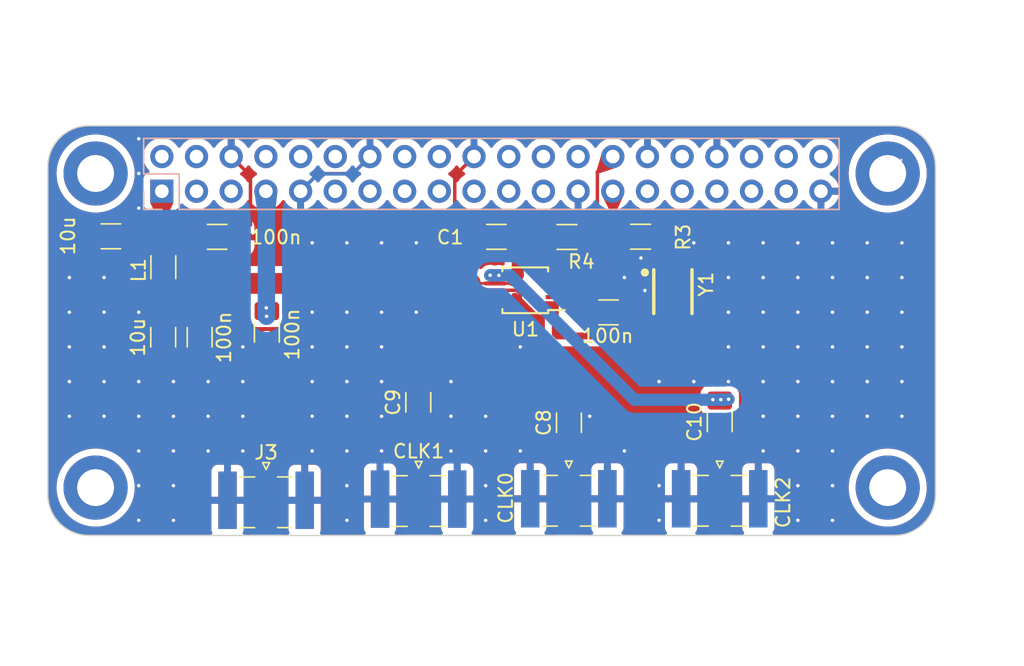
<source format=kicad_pcb>
(kicad_pcb (version 20221018) (generator pcbnew)
  (title_block (title "Anavi Infra pHAT") (date "2017-01-21") (company "Anavi Technology"))
  (layers (0 "F.Cu" signal) (31 "B.Cu" signal) (34 "B.Paste" user) (35 "F.Paste" user) (36 "B.SilkS" user "B.Silkscreen") (37 "F.SilkS" user "F.Silkscreen") (38 "B.Mask" user) (39 "F.Mask" user) (44 "Edge.Cuts" user))
  (net 0 "")
  (net 1 "GND")
  (net 2 "+3.3VA")
  (net 3 "Net-(Y1-OUT)")
  (net 4 "Net-(U1-XA)")
  (net 5 "Net-(J1-GPIO04_GCLK)")
  (net 6 "Net-(J3-In)")
  (net 30 "SDA")
  (net 31 "SCL")
  (net 41 "CLK0")
  (net 43 "CLK2")
  (net 44 "CLK1")
  (net 45 "+3.3V")
  (net 46 "Net-(CLK0-In)")
  (net 47 "Net-(CLK1-In)")
  (net 48 "Net-(CLK2-In)")
  (footprint "Capacitor_SMD:C_1206_3216Metric_Pad1.33x1.80mm_HandSolder" (layer "F.Cu") (at 164.54 90.1375 -90)
    (fp_text reference "C3" hide)
    (fp_text value "100n" (at 0.1425 -1.86 90) (layer "F.SilkS"))
    (fp_line (start -0.711252 -0.91) (end 0.711252 -0.91) (stroke (width 0.12)) (layer "F.SilkS"))
    (fp_line (start -0.711252 0.91) (end 0.711252 0.91) (stroke (width 0.12)) (layer "F.SilkS"))
    (pad "1" smd roundrect (at -1.5625 0 270) (size 1.325 1.8) (layers "F.Cu" "F.Paste" "F.Mask") (roundrect_rratio 0.1886792453) (net 5 "Net-(J1-GPIO04_GCLK)"))
    (pad "2" smd roundrect (at 1.5625 0 270) (size 1.325 1.8) (layers "F.Cu" "F.Paste" "F.Mask") (roundrect_rratio 0.1886792453) (net 6 "Net-(J3-In)"))
  )
  (footprint "Package_SO:MSOP-10_3x3mm_P0.5mm" (layer "F.Cu") (at 183.46 87.05 180)
    (fp_text reference "U1" (at -0.0162 -2.8608) (layer "F.SilkS"))
    (fp_text value "SI5351A" hide)
    (fp_line (start -1.675 -1.675) (end -1.675 -1.45) (stroke (width 0.15)) (layer "F.SilkS"))
    (fp_line (start -1.675 -1.675) (end 1.675 -1.675) (stroke (width 0.15)) (layer "F.SilkS"))
    (fp_line (start -1.675 -1.45) (end -2.9 -1.45) (stroke (width 0.15)) (layer "F.SilkS"))
    (fp_line (start -1.675 1.675) (end -1.675 1.375) (stroke (width 0.15)) (layer "F.SilkS"))
    (fp_line (start -1.675 1.675) (end 1.675 1.675) (stroke (width 0.15)) (layer "F.SilkS"))
    (fp_line (start 1.675 -1.675) (end 1.675 -1.375) (stroke (width 0.15)) (layer "F.SilkS"))
    (fp_line (start 1.675 1.675) (end 1.675 1.375) (stroke (width 0.15)) (layer "F.SilkS"))
    (pad "1" smd rect (at -2.2 -1 180) (size 1.4 0.3) (layers "F.Cu" "F.Paste" "F.Mask") (net 45 "+3.3V"))
    (pad "2" smd rect (at -2.2 -0.5 180) (size 1.4 0.3) (layers "F.Cu" "F.Paste" "F.Mask") (net 4 "Net-(U1-XA)"))
    (pad "3" smd rect (at -2.2 0 180) (size 1.4 0.3) (layers "F.Cu" "F.Paste" "F.Mask"))
    (pad "4" smd rect (at -2.2 0.5 180) (size 1.4 0.3) (layers "F.Cu" "F.Paste" "F.Mask") (net 31 "SCL"))
    (pad "5" smd rect (at -2.2 1 180) (size 1.4 0.3) (layers "F.Cu" "F.Paste" "F.Mask") (net 30 "SDA"))
    (pad "6" smd rect (at 2.2 1 180) (size 1.4 0.3) (layers "F.Cu" "F.Paste" "F.Mask") (net 43 "CLK2"))
    (pad "7" smd rect (at 2.2 0.5 180) (size 1.4 0.3) (layers "F.Cu" "F.Paste" "F.Mask") (net 45 "+3.3V"))
    (pad "8" smd rect (at 2.2 0 180) (size 1.4 0.3) (layers "F.Cu" "F.Paste" "F.Mask") (net 1 "GND"))
    (pad "9" smd rect (at 2.2 -0.5 180) (size 1.4 0.3) (layers "F.Cu" "F.Paste" "F.Mask") (net 44 "CLK1"))
    (pad "10" smd rect (at 2.2 -1 180) (size 1.4 0.3) (layers "F.Cu" "F.Paste" "F.Mask") (net 41 "CLK0"))
  )
  (footprint "Connector_Coaxial:SMA_Samtec_SMA-J-P-X-ST-EM1_EdgeMount" (layer "F.Cu") (at 164.485 102.43)
    (fp_text reference "J3" (at 0 -3.5) (layer "F.SilkS"))
    (fp_text value "SMA" hide)
    (fp_line (start -1.95 -1.71) (end -0.84 -1.71) (stroke (width 0.12)) (layer "F.SilkS"))
    (fp_line (start -1.95 2) (end -0.84 2) (stroke (width 0.12)) (layer "F.SilkS"))
    (fp_line (start -0.25 -2.76) (end 0 -2.26) (stroke (width 0.12)) (layer "F.SilkS"))
    (fp_line (start 0 -2.26) (end 0.25 -2.76) (stroke (width 0.12)) (layer "F.SilkS"))
    (fp_line (start 0.25 -2.76) (end -0.25 -2.76) (stroke (width 0.12)) (layer "F.SilkS"))
    (fp_line (start 0.84 -1.71) (end 1.95 -1.71) (stroke (width 0.12)) (layer "F.SilkS"))
    (fp_line (start 0.84 2) (end 1.95 2) (stroke (width 0.12)) (layer "F.SilkS"))
    (pad "1" smd rect (at 0 0.2) (size 1.27 3.6) (layers "F.Cu" "F.Paste" "F.Mask") (net 6 "Net-(J3-In)"))
    (pad "2" smd rect (at -2.825 0) (size 1.35 4.2) (layers "F.Cu" "F.Paste" "F.Mask") (net 1 "GND"))
    (pad "2" smd rect (at -2.825 0) (size 1.35 4.2) (layers "B.Cu" "B.Paste" "B.Mask") (net 1 "GND"))
    (pad "2" smd rect (at 2.825 0) (size 1.35 4.2) (layers "F.Cu" "F.Paste" "F.Mask") (net 1 "GND"))
    (pad "2" smd rect (at 2.825 0) (size 1.35 4.2) (layers "B.Cu" "B.Paste" "B.Mask") (net 1 "GND"))
  )
  (footprint "MountingHole:MountingHole_2.7mm_M2.5_DIN965_Pad" (layer "F.Cu") (at 210 101.5)
    (fp_text reference "H4" hide)
    (fp_text value "MountingHole_Pad" hide)
    (pad "1" thru_hole circle (at 0 0) (size 4.7 4.7) (drill 2.7) (layers "*.Cu" "*.Mask"))
  )
  (footprint "footprints:OSC-SMD_4P-L3.2-W2.5-BL_1XTV" (layer "F.Cu") (at 194.27 87.15 -90)
    (fp_text reference "Y1" (at -0.5425 -2.43 90) (layer "F.SilkS"))
    (fp_text value "OSCILLATOR" hide)
    (fp_line (start -1.6 -1.4) (end 1.6 -1.4) (stroke (width 0.25)) (layer "F.SilkS"))
    (fp_line (start -1.6 1.4) (end 1.6 1.4) (stroke (width 0.25)) (layer "F.SilkS"))
    (fp_arc (start -1.4 2.05) (mid -1.4 2.05) (end -1.4 2.05) (stroke (width 0.3)) (layer "F.SilkS"))
    (pad "1" smd rect (at -1.51 0.7 90) (size 0.8 1) (layers "F.Cu" "F.Paste" "F.Mask") (net 1 "GND"))
    (pad "2" smd rect (at 1.51 0.7 90) (size 0.8 1) (layers "F.Cu" "F.Paste" "F.Mask") (net 1 "GND"))
    (pad "3" smd rect (at 1.51 -0.7 90) (size 0.8 1) (layers "F.Cu" "F.Paste" "F.Mask") (net 3 "Net-(Y1-OUT)"))
    (pad "4" smd rect (at -1.51 -0.7 90) (size 0.8 1) (layers "F.Cu" "F.Paste" "F.Mask") (net 45 "+3.3V"))
  )
  (footprint "MountingHole:MountingHole_2.7mm_M2.5_DIN965_Pad" (layer "F.Cu") (at 152 101.5)
    (fp_text reference "H3" hide)
    (fp_text value "MountingHole_Pad" hide)
    (pad "1" thru_hole circle (at 0 0) (size 4.7 4.7) (drill 2.7) (layers "*.Cu" "*.Mask"))
  )
  (footprint "Capacitor_SMD:C_1206_3216Metric_Pad1.33x1.80mm_HandSolder" (layer "F.Cu") (at 181.35 83.14 180)
    (fp_text reference "C1" (at 3.39 -0.03 180) (layer "F.SilkS"))
    (fp_text value "100n" hide)
    (fp_line (start -0.711252 -0.91) (end 0.711252 -0.91) (stroke (width 0.12)) (layer "F.SilkS"))
    (fp_line (start -0.711252 0.91) (end 0.711252 0.91) (stroke (width 0.12)) (layer "F.SilkS"))
    (pad "1" smd roundrect (at -1.5625 0 180) (size 1.325 1.8) (layers "F.Cu" "F.Paste" "F.Mask") (roundrect_rratio 0.1886792453) (net 45 "+3.3V"))
    (pad "2" smd roundrect (at 1.5625 0 180) (size 1.325 1.8) (layers "F.Cu" "F.Paste" "F.Mask") (roundrect_rratio 0.1886792453) (net 1 "GND"))
  )
  (footprint "Resistor_SMD:R_1206_3216Metric_Pad1.30x1.75mm_HandSolder" (layer "F.Cu") (at 186.515 83.15 180)
    (fp_text reference "R4" (at -1.055 -1.81 180) (layer "F.SilkS"))
    (fp_text value "4.7k" hide)
    (fp_line (start -0.727064 -0.91) (end 0.727064 -0.91) (stroke (width 0.12)) (layer "F.SilkS"))
    (fp_line (start -0.727064 0.91) (end 0.727064 0.91) (stroke (width 0.12)) (layer "F.SilkS"))
    (pad "1" smd roundrect (at -1.55 0 180) (size 1.3 1.75) (layers "F.Cu" "F.Paste" "F.Mask") (roundrect_rratio 0.1923076923) (net 31 "SCL"))
    (pad "2" smd roundrect (at 1.55 0 180) (size 1.3 1.75) (layers "F.Cu" "F.Paste" "F.Mask") (roundrect_rratio 0.1923076923) (net 45 "+3.3V"))
  )
  (footprint "Capacitor_SMD:C_1206_3216Metric_Pad1.33x1.80mm_HandSolder" (layer "F.Cu") (at 189.56 88.67)
    (fp_text reference "C2" hide)
    (fp_text value "100n" (at -0.07 1.72) (layer "F.SilkS"))
    (fp_line (start -0.711252 -0.91) (end 0.711252 -0.91) (stroke (width 0.12)) (layer "F.SilkS"))
    (fp_line (start -0.711252 0.91) (end 0.711252 0.91) (stroke (width 0.12)) (layer "F.SilkS"))
    (pad "1" smd roundrect (at -1.5625 0) (size 1.325 1.8) (layers "F.Cu" "F.Paste" "F.Mask") (roundrect_rratio 0.1886792453) (net 4 "Net-(U1-XA)"))
    (pad "2" smd roundrect (at 1.5625 0) (size 1.325 1.8) (layers "F.Cu" "F.Paste" "F.Mask") (roundrect_rratio 0.1886792453) (net 3 "Net-(Y1-OUT)"))
  )
  (footprint "Resistor_SMD:R_1206_3216Metric_Pad1.30x1.75mm_HandSolder" (layer "F.Cu") (at 191.908 83.129)
    (fp_text reference "R3" (at 3.122 0.041 90) (layer "F.SilkS"))
    (fp_text value "4.7k" hide)
    (fp_line (start -0.727064 -0.91) (end 0.727064 -0.91) (stroke (width 0.12)) (layer "F.SilkS"))
    (fp_line (start -0.727064 0.91) (end 0.727064 0.91) (stroke (width 0.12)) (layer "F.SilkS"))
    (pad "1" smd roundrect (at -1.55 0) (size 1.3 1.75) (layers "F.Cu" "F.Paste" "F.Mask") (roundrect_rratio 0.1923076923) (net 30 "SDA"))
    (pad "2" smd roundrect (at 1.55 0) (size 1.3 1.75) (layers "F.Cu" "F.Paste" "F.Mask") (roundrect_rratio 0.1923076923) (net 45 "+3.3V"))
  )
  (footprint "Connector_Coaxial:SMA_Samtec_SMA-J-P-X-ST-EM1_EdgeMount" (layer "F.Cu") (at 197.7 102.32)
    (fp_text reference "CLK2" (at 4.64 0.27 90) (layer "F.SilkS"))
    (fp_text value "SMA" hide)
    (fp_line (start -1.95 -1.71) (end -0.84 -1.71) (stroke (width 0.12)) (layer "F.SilkS"))
    (fp_line (start -1.95 2) (end -0.84 2) (stroke (width 0.12)) (layer "F.SilkS"))
    (fp_line (start -0.25 -2.76) (end 0 -2.26) (stroke (width 0.12)) (layer "F.SilkS"))
    (fp_line (start 0 -2.26) (end 0.25 -2.76) (stroke (width 0.12)) (layer "F.SilkS"))
    (fp_line (start 0.25 -2.76) (end -0.25 -2.76) (stroke (width 0.12)) (layer "F.SilkS"))
    (fp_line (start 0.84 -1.71) (end 1.95 -1.71) (stroke (width 0.12)) (layer "F.SilkS"))
    (fp_line (start 0.84 2) (end 1.95 2) (stroke (width 0.12)) (layer "F.SilkS"))
    (pad "1" smd rect (at 0 0.2) (size 1.27 3.6) (layers "F.Cu" "F.Paste" "F.Mask") (net 48 "Net-(CLK2-In)"))
    (pad "2" smd rect (at -2.825 0) (size 1.35 4.2) (layers "F.Cu" "F.Paste" "F.Mask") (net 1 "GND"))
    (pad "2" smd rect (at -2.825 0) (size 1.35 4.2) (layers "B.Cu" "B.Paste" "B.Mask") (net 1 "GND"))
    (pad "2" smd rect (at 2.825 0) (size 1.35 4.2) (layers "F.Cu" "F.Paste" "F.Mask") (net 1 "GND"))
    (pad "2" smd rect (at 2.825 0) (size 1.35 4.2) (layers "B.Cu" "B.Paste" "B.Mask") (net 1 "GND"))
  )
  (footprint "Connector_Coaxial:SMA_Samtec_SMA-J-P-X-ST-EM1_EdgeMount" (layer "F.Cu") (at 175.655 102.34)
    (fp_text reference "CLK1" (at 0 -3.5) (layer "F.SilkS"))
    (fp_text value "SMA" hide)
    (fp_line (start -1.95 -1.71) (end -0.84 -1.71) (stroke (width 0.12)) (layer "F.SilkS"))
    (fp_line (start -1.95 2) (end -0.84 2) (stroke (width 0.12)) (layer "F.SilkS"))
    (fp_line (start -0.25 -2.76) (end 0 -2.26) (stroke (width 0.12)) (layer "F.SilkS"))
    (fp_line (start 0 -2.26) (end 0.25 -2.76) (stroke (width 0.12)) (layer "F.SilkS"))
    (fp_line (start 0.25 -2.76) (end -0.25 -2.76) (stroke (width 0.12)) (layer "F.SilkS"))
    (fp_line (start 0.84 -1.71) (end 1.95 -1.71) (stroke (width 0.12)) (layer "F.SilkS"))
    (fp_line (start 0.84 2) (end 1.95 2) (stroke (width 0.12)) (layer "F.SilkS"))
    (pad "1" smd rect (at 0 0.2) (size 1.27 3.6) (layers "F.Cu" "F.Paste" "F.Mask") (net 47 "Net-(CLK1-In)"))
    (pad "2" smd rect (at -2.825 0) (size 1.35 4.2) (layers "F.Cu" "F.Paste" "F.Mask") (net 1 "GND"))
    (pad "2" smd rect (at -2.825 0) (size 1.35 4.2) (layers "B.Cu" "B.Paste" "B.Mask") (net 1 "GND"))
    (pad "2" smd rect (at 2.825 0) (size 1.35 4.2) (layers "F.Cu" "F.Paste" "F.Mask") (net 1 "GND"))
    (pad "2" smd rect (at 2.825 0) (size 1.35 4.2) (layers "B.Cu" "B.Paste" "B.Mask") (net 1 "GND"))
  )
  (footprint "Capacitor_SMD:C_1206_3216Metric_Pad1.33x1.80mm_HandSolder" (layer "F.Cu") (at 159.62 90.49 -90)
    (fp_text reference "C7" hide)
    (fp_text value "100n" (at 0.01 -1.78 90) (layer "F.SilkS"))
    (fp_line (start -0.711252 -0.91) (end 0.711252 -0.91) (stroke (width 0.12)) (layer "F.SilkS"))
    (fp_line (start -0.711252 0.91) (end 0.711252 0.91) (stroke (width 0.12)) (layer "F.SilkS"))
    (pad "1" smd roundrect (at -1.5625 0 270) (size 1.325 1.8) (layers "F.Cu" "F.Paste" "F.Mask") (roundrect_rratio 0.1886792453) (net 45 "+3.3V"))
    (pad "2" smd roundrect (at 1.5625 0 270) (size 1.325 1.8) (layers "F.Cu" "F.Paste" "F.Mask") (roundrect_rratio 0.1886792453) (net 1 "GND"))
  )
  (footprint "MountingHole:MountingHole_2.7mm_M2.5_DIN965_Pad" (layer "F.Cu") (at 152 78.5)
    (fp_text reference "H1" hide)
    (fp_text value "MountingHole_Pad" hide)
    (pad "1" thru_hole circle locked (at 0 0) (size 4.7 4.7) (drill 2.7) (layers "*.Cu" "*.Mask"))
  )
  (footprint "Capacitor_SMD:C_1206_3216Metric_Pad1.33x1.80mm_HandSolder" (layer "F.Cu") (at 156.95 90.49 -90)
    (fp_text reference "C5" hide)
    (fp_text value "10u" (at 0 1.85 90) (layer "F.SilkS"))
    (fp_line (start -0.711252 -0.91) (end 0.711252 -0.91) (stroke (width 0.12)) (layer "F.SilkS"))
    (fp_line (start -0.711252 0.91) (end 0.711252 0.91) (stroke (width 0.12)) (layer "F.SilkS"))
    (pad "1" smd roundrect (at -1.5625 0 270) (size 1.325 1.8) (layers "F.Cu" "F.Paste" "F.Mask") (roundrect_rratio 0.1886792453) (net 45 "+3.3V"))
    (pad "2" smd roundrect (at 1.5625 0 270) (size 1.325 1.8) (layers "F.Cu" "F.Paste" "F.Mask") (roundrect_rratio 0.1886792453) (net 1 "GND"))
  )
  (footprint "Capacitor_SMD:C_1206_3216Metric_Pad1.33x1.80mm_HandSolder" (layer "F.Cu") (at 175.63 95.2575 90)
    (fp_text reference "C9" (at 0 -1.85 90) (layer "F.SilkS"))
    (fp_text value "100n" hide)
    (fp_line (start -0.711252 -0.91) (end 0.711252 -0.91) (stroke (width 0.12)) (layer "F.SilkS"))
    (fp_line (start -0.711252 0.91) (end 0.711252 0.91) (stroke (width 0.12)) (layer "F.SilkS"))
    (pad "1" smd roundrect (at -1.5625 0 90) (size 1.325 1.8) (layers "F.Cu" "F.Paste" "F.Mask") (roundrect_rratio 0.1886792453) (net 47 "Net-(CLK1-In)"))
    (pad "2" smd roundrect (at 1.5625 0 90) (size 1.325 1.8) (layers "F.Cu" "F.Paste" "F.Mask") (roundrect_rratio 0.1886792453) (net 44 "CLK1"))
  )
  (footprint "Inductor_SMD:L_1206_3216Metric" (layer "F.Cu") (at 156.96 85.36 -90)
    (fp_text reference "L1" (at 0.22 1.81 90) (layer "F.SilkS"))
    (fp_text value "100uH" hide)
    (fp_line (start -0.835242 -0.91) (end 0.835242 -0.91) (stroke (width 0.12)) (layer "F.SilkS"))
    (fp_line (start -0.835242 0.91) (end 0.835242 0.91) (stroke (width 0.12)) (layer "F.SilkS"))
    (pad "1" smd roundrect (at -1.575 0 270) (size 1.05 1.9) (layers "F.Cu" "F.Paste" "F.Mask") (roundrect_rratio 0.2380952381) (net 2 "+3.3VA"))
    (pad "2" smd roundrect (at 1.575 0 270) (size 1.05 1.9) (layers "F.Cu" "F.Paste" "F.Mask") (roundrect_rratio 0.2380952381) (net 45 "+3.3V"))
  )
  (footprint "Capacitor_SMD:C_1206_3216Metric_Pad1.33x1.80mm_HandSolder" (layer "F.Cu") (at 153.12 83.1)
    (fp_text reference "C6" hide)
    (fp_text value "10u" (at -3.14 -0.04 90) (layer "F.SilkS"))
    (fp_line (start -0.711252 -0.91) (end 0.711252 -0.91) (stroke (width 0.12)) (layer "F.SilkS"))
    (fp_line (start -0.711252 0.91) (end 0.711252 0.91) (stroke (width 0.12)) (layer "F.SilkS"))
    (pad "1" smd roundrect (at -1.5625 0) (size 1.325 1.8) (layers "F.Cu" "F.Paste" "F.Mask") (roundrect_rratio 0.1886792453) (net 1 "GND"))
    (pad "2" smd roundrect (at 1.5625 0) (size 1.325 1.8) (layers "F.Cu" "F.Paste" "F.Mask") (roundrect_rratio 0.1886792453) (net 2 "+3.3VA"))
  )
  (footprint "Capacitor_SMD:C_1206_3216Metric_Pad1.33x1.80mm_HandSolder" (layer "F.Cu") (at 186.66 96.75 90)
    (fp_text reference "C8" (at 0 -1.85 90) (layer "F.SilkS"))
    (fp_text value "100n" hide)
    (fp_line (start -0.711252 -0.91) (end 0.711252 -0.91) (stroke (width 0.12)) (layer "F.SilkS"))
    (fp_line (start -0.711252 0.91) (end 0.711252 0.91) (stroke (width 0.12)) (layer "F.SilkS"))
    (pad "1" smd roundrect (at -1.5625 0 90) (size 1.325 1.8) (layers "F.Cu" "F.Paste" "F.Mask") (roundrect_rratio 0.1886792453) (net 46 "Net-(CLK0-In)"))
    (pad "2" smd roundrect (at 1.5625 0 90) (size 1.325 1.8) (layers "F.Cu" "F.Paste" "F.Mask") (roundrect_rratio 0.1886792453) (net 41 "CLK0"))
  )
  (footprint "Capacitor_SMD:C_1206_3216Metric_Pad1.33x1.80mm_HandSolder" (layer "F.Cu") (at 197.7 96.69 90)
    (fp_text reference "C10" (at 0 -1.85 90) (layer "F.SilkS"))
    (fp_text value "100n" hide)
    (fp_line (start -0.711252 -0.91) (end 0.711252 -0.91) (stroke (width 0.12)) (layer "F.SilkS"))
    (fp_line (start -0.711252 0.91) (end 0.711252 0.91) (stroke (width 0.12)) (layer "F.SilkS"))
    (pad "1" smd roundrect (at -1.5625 0 90) (size 1.325 1.8) (layers "F.Cu" "F.Paste" "F.Mask") (roundrect_rratio 0.1886792453) (net 48 "Net-(CLK2-In)"))
    (pad "2" smd roundrect (at 1.5625 0 90) (size 1.325 1.8) (layers "F.Cu" "F.Paste" "F.Mask") (roundrect_rratio 0.1886792453) (net 43 "CLK2"))
  )
  (footprint "Capacitor_SMD:C_1206_3216Metric_Pad1.33x1.80mm_HandSolder" (layer "F.Cu") (at 160.9 83.14 180)
    (fp_text reference "C4" hide)
    (fp_text value "100n" (at -4.29 -0.03 180) (layer "F.SilkS"))
    (fp_line (start -0.711252 -0.91) (end 0.711252 -0.91) (stroke (width 0.12)) (layer "F.SilkS"))
    (fp_line (start -0.711252 0.91) (end 0.711252 0.91) (stroke (width 0.12)) (layer "F.SilkS"))
    (pad "1" smd roundrect (at -1.5625 0 180) (size 1.325 1.8) (layers "F.Cu" "F.Paste" "F.Mask") (roundrect_rratio 0.1886792453) (net 1 "GND"))
    (pad "2" smd roundrect (at 1.5625 0 180) (size 1.325 1.8) (layers "F.Cu" "F.Paste" "F.Mask") (roundrect_rratio 0.1886792453) (net 2 "+3.3VA"))
  )
  (footprint "Connector_Coaxial:SMA_Samtec_SMA-J-P-X-ST-EM1_EdgeMount" (layer "F.Cu") (at 186.65 102.3175)
    (fp_text reference "CLK0" (at -4.62 -0.0575 90) (layer "F.SilkS"))
    (fp_text value "SMA" hide)
    (fp_line (start -1.95 -1.71) (end -0.84 -1.71) (stroke (width 0.12)) (layer "F.SilkS"))
    (fp_line (start -1.95 2) (end -0.84 2) (stroke (width 0.12)) (layer "F.SilkS"))
    (fp_line (start -0.25 -2.76) (end 0 -2.26) (stroke (width 0.12)) (layer "F.SilkS"))
    (fp_line (start 0 -2.26) (end 0.25 -2.76) (stroke (width 0.12)) (layer "F.SilkS"))
    (fp_line (start 0.25 -2.76) (end -0.25 -2.76) (stroke (width 0.12)) (layer "F.SilkS"))
    (fp_line (start 0.84 -1.71) (end 1.95 -1.71) (stroke (width 0.12)) (layer "F.SilkS"))
    (fp_line (start 0.84 2) (end 1.95 2) (stroke (width 0.12)) (layer "F.SilkS"))
    (pad "1" smd rect (at 0 0.2) (size 1.27 3.6) (layers "F.Cu" "F.Paste" "F.Mask") (net 46 "Net-(CLK0-In)"))
    (pad "2" smd rect (at -2.825 0) (size 1.35 4.2) (layers "F.Cu" "F.Paste" "F.Mask") (net 1 "GND"))
    (pad "2" smd rect (at -2.825 0) (size 1.35 4.2) (layers "B.Cu" "B.Paste" "B.Mask") (net 1 "GND"))
    (pad "2" smd rect (at 2.825 0) (size 1.35 4.2) (layers "F.Cu" "F.Paste" "F.Mask") (net 1 "GND"))
    (pad "2" smd rect (at 2.825 0) (size 1.35 4.2) (layers "B.Cu" "B.Paste" "B.Mask") (net 1 "GND"))
  )
  (footprint "MountingHole:MountingHole_2.7mm_M2.5_DIN965_Pad" (layer "F.Cu") (at 210 78.5)
    (fp_text reference "H2" hide)
    (fp_text value "MountingHole_Pad" hide)
    (pad "1" thru_hole circle (at 0 0) (size 4.7 4.7) (drill 2.7) (layers "*.Cu" "*.Mask"))
  )
  (footprint "footprints:PinSocket_2x20_P2.54mm_Vertical_Modded" (layer "B.Cu") (at 156.85 79.8 -90)
    (fp_text reference "J1" hide)
    (fp_text value "RPi_GPIO" hide)
    (fp_line (start -3.87 -49.59) (end 1.33 -49.59) (stroke (width 0.12)) (layer "B.SilkS"))
    (fp_line (start -3.87 1.33) (end -3.87 -49.59) (stroke (width 0.12)) (layer "B.SilkS"))
    (fp_line (start -3.87 1.33) (end -1.27 1.33) (stroke (width 0.12)) (layer "B.SilkS"))
    (fp_line (start -1.27 -1.27) (end 1.33 -1.27) (stroke (width 0.12)) (layer "B.SilkS"))
    (fp_line (start -1.27 1.33) (end -1.27 -1.27) (stroke (width 0.12)) (layer "B.SilkS"))
    (fp_line (start 0 1.33) (end 1.33 1.33) (stroke (width 0.12)) (layer "B.SilkS"))
    (fp_line (start 1.33 -1.27) (end 1.33 -49.59) (stroke (width 0.12)) (layer "B.SilkS"))
    (fp_line (start 1.33 1.33) (end 1.33 0) (stroke (width 0.12)) (layer "B.SilkS"))
    (pad "1" thru_hole rect locked (at 0 0 270) (size 1.7 1.7) (drill 1) (layers "*.Cu" "*.Mask") (net 2 "+3.3VA"))
    (pad "2" thru_hole oval locked (at -2.54 0 270) (size 1.7 1.7) (drill 1) (layers "*.Cu" "*.Mask"))
    (pad "3" thru_hole oval locked (at 0 -2.54 270) (size 1.7 1.7) (drill 1) (layers "*.Cu" "*.Mask"))
    (pad "4" thru_hole oval locked (at -2.54 -2.54 270) (size 1.7 1.7) (drill 1) (layers "*.Cu" "*.Mask"))
    (pad "5" thru_hole oval locked (at 0 -5.08 270) (size 1.7 1.7) (drill 1) (layers "*.Cu" "*.Mask"))
    (pad "6" thru_hole oval locked (at -2.54 -5.08 270) (size 1.7 1.7) (drill 1) (layers "*.Cu" "*.Mask") (net 1 "GND"))
    (pad "7" thru_hole oval locked (at 0 -7.62 270) (size 1.7 1.7) (drill 1) (layers "*.Cu" "*.Mask") (net 5 "Net-(J1-GPIO04_GCLK)"))
    (pad "8" thru_hole oval locked (at -2.54 -7.62 270) (size 1.7 1.7) (drill 1) (layers "*.Cu" "*.Mask"))
    (pad "9" thru_hole oval locked (at 0 -10.16 270) (size 1.7 1.7) (drill 1) (layers "*.Cu" "*.Mask") (net 1 "GND"))
    (pad "10" thru_hole oval locked (at -2.54 -10.16 270) (size 1.7 1.7) (drill 1) (layers "*.Cu" "*.Mask"))
    (pad "11" thru_hole oval locked (at 0 -12.7 270) (size 1.7 1.7) (drill 1) (layers "*.Cu" "*.Mask"))
    (pad "12" thru_hole oval locked (at -2.54 -12.7 270) (size 1.7 1.7) (drill 1) (layers "*.Cu" "*.Mask"))
    (pad "13" thru_hole oval locked (at 0 -15.24 270) (size 1.7 1.7) (drill 1) (layers "*.Cu" "*.Mask"))
    (pad "14" thru_hole oval locked (at -2.54 -15.24 270) (size 1.7 1.7) (drill 1) (layers "*.Cu" "*.Mask") (net 1 "GND"))
    (pad "15" thru_hole oval locked (at 0 -17.78 270) (size 1.7 1.7) (drill 1) (layers "*.Cu" "*.Mask"))
    (pad "16" thru_hole oval locked (at -2.54 -17.78 270) (size 1.7 1.7) (drill 1) (layers "*.Cu" "*.Mask"))
    (pad "17" thru_hole oval locked (at 0 -20.32 270) (size 1.7 1.7) (drill 1) (layers "*.Cu" "*.Mask"))
    (pad "18" thru_hole oval locked (at -2.54 -20.32 270) (size 1.7 1.7) (drill 1) (layers "*.Cu" "*.Mask"))
    (pad "19" thru_hole oval locked (at 0 -22.86 270) (size 1.7 1.7) (drill 1) (layers "*.Cu" "*.Mask"))
    (pad "20" thru_hole oval locked (at -2.54 -22.86 270) (size 1.7 1.7) (drill 1) (layers "*.Cu" "*.Mask") (net 1 "GND"))
    (pad "21" thru_hole oval locked (at 0 -25.4 270) (size 1.7 1.7) (drill 1) (layers "*.Cu" "*.Mask"))
    (pad "22" thru_hole oval locked (at -2.54 -25.4 270) (size 1.7 1.7) (drill 1) (layers "*.Cu" "*.Mask"))
    (pad "23" thru_hole oval locked (at 0 -27.94 270) (size 1.7 1.7) (drill 1) (layers "*.Cu" "*.Mask"))
    (pad "24" thru_hole oval locked (at -2.54 -27.94 270) (size 1.7 1.7) (drill 1) (layers "*.Cu" "*.Mask"))
    (pad "25" thru_hole oval locked (at 0 -30.48 270) (size 1.7 1.7) (drill 1) (layers "*.Cu" "*.Mask") (net 1 "GND"))
    (pad "26" thru_hole oval locked (at -2.54 -30.48 270) (size 1.7 1.7) (drill 1) (layers "*.Cu" "*.Mask"))
    (pad "27" thru_hole oval locked (at 0 -33.02 270) (size 1.7 1.7) (drill 1) (layers "*.Cu" "*.Mask") (net 30 "SDA"))
    (pad "28" thru_hole oval locked (at -2.54 -33.02 270) (size 1.7 1.7) (drill 1) (layers "*.Cu" "*.Mask") (net 31 "SCL"))
    (pad "29" thru_hole oval locked (at 0 -35.56 270) (size 1.7 1.7) (drill 1) (layers "*.Cu" "*.Mask"))
    (pad "30" thru_hole oval locked (at -2.54 -35.56 270) (size 1.7 1.7) (drill 1) (layers "*.Cu" "*.Mask") (net 1 "GND"))
    (pad "31" thru_hole oval locked (at 0 -38.1 270) (size 1.7 1.7) (drill 1) (layers "*.Cu" "*.Mask"))
    (pad "32" thru_hole oval locked (at -2.54 -38.1 270) (size 1.7 1.7) (drill 1) (layers "*.Cu" "*.Mask"))
    (pad "33" thru_hole oval locked (at 0 -40.64 270) (size 1.7 1.7) (drill 1) (layers "*.Cu" "*.Mask"))
    (pad "34" thru_hole oval locked (at -2.54 -40.64 270) (size 1.7 1.7) (drill 1) (layers "*.Cu" "*.Mask") (net 1 "GND"))
    (pad "35" thru_hole oval locked (at 0 -43.18 270) (size 1.7 1.7) (drill 1) (layers "*.Cu" "*.Mask"))
    (pad "36" thru_hole oval locked (at -2.54 -43.18 270) (size 1.7 1.7) (drill 1) (layers "*.Cu" "*.Mask"))
    (pad "37" thru_hole oval locked (at 0 -45.72 270) (size 1.7 1.7) (drill 1) (layers "*.Cu" "*.Mask"))
    (pad "38" thru_hole oval locked (at -2.54 -45.72 270) (size 1.7 1.7) (drill 1) (layers "*.Cu" "*.Mask"))
    (pad "39" thru_hole oval locked (at 0 -48.26 270) (size 1.7 1.7) (drill 1) (layers "*.Cu" "*.Mask") (net 1 "GND"))
    (pad "40" thru_hole oval locked (at -2.54 -48.26 270) (size 1.7 1.7) (drill 1) (layers "*.Cu" "*.Mask"))
  )
  (gr_circle (center 211.0011 77.5036) (end 211.0011 77.5036) (stroke (width 0.1)) (fill none) (layer "Edge.Cuts"))
  (gr_arc (start 213.5011 102.0036) (mid 212.62242 104.12492) (end 210.5011 105.0036) (stroke (width 0.1)) (layer "Edge.Cuts"))
  (gr_line (start 213.5011 78.0036) (end 213.5011 102.0036) (stroke (width 0.1)) (layer "Edge.Cuts"))
  (gr_circle (center 152.0011 77.5036) (end 152.0011 77.5036) (stroke (width 0.1)) (fill none) (layer "Edge.Cuts"))
  (gr_line (start 151.5011 75.0036) (end 210.5011 75.0036) (stroke (width 0.1)) (layer "Edge.Cuts"))
  (gr_arc (start 210.5011 75.0036) (mid 212.62242 75.88228) (end 213.5011 78.0036) (stroke (width 0.1)) (layer "Edge.Cuts"))
  (gr_arc (start 148.5011 78.0036) (mid 149.37978 75.88228) (end 151.5011 75.0036) (stroke (width 0.1)) (layer "Edge.Cuts"))
  (gr_arc (start 151.5011 105.0036) (mid 149.37978 104.12492) (end 148.5011 102.0036) (stroke (width 0.1)) (layer "Edge.Cuts"))
  (gr_circle (center 152.0011 101.5036) (end 152.0011 101.5036) (stroke (width 0.1)) (fill none) (layer "Edge.Cuts"))
  (gr_line (start 210.5011 105.0036) (end 151.5011 105.0036) (stroke (width 0.1)) (layer "Edge.Cuts"))
  (gr_line (start 148.5011 102.0036) (end 148.5011 78.0036) (stroke (width 0.1)) (layer "Edge.Cuts"))
  (gr_circle (center 211.0011 101.5036) (end 211.0011 101.5036) (stroke (width 0.1)) (fill none) (layer "Edge.Cuts"))
  (segment (start 197.49 75.93) (end 197.49 77.26) (width 0.254) (layer "F.Cu") (net 1))
  (segment (start 182.85 87.05) (end 181.26 87.05) (width 0.254) (layer "F.Cu") (net 1))
  (segment (start 163.3406 82.2619) (end 162.4625 83.14) (width 0.254) (layer "F.Cu") (net 1))
  (segment (start 162.24 75.55) (end 163.88 75.55) (width 0.254) (layer "F.Cu") (net 1))
  (segment (start 187.33 81.49) (end 187.24 81.58) (width 0.254) (layer "F.Cu") (net 1))
  (segment (start 172.04 75.55) (end 172.09 75.6) (width 0.254) (layer "F.Cu") (net 1))
  (segment (start 163.88 75.55) (end 172.04 75.55) (width 0.254) (layer "F.Cu") (net 1))
  (segment (start 187.22 75.68) (end 191.15 75.68) (width 0.254) (layer "F.Cu") (net 1))
  (segment (start 192.4 75.68) (end 192.41 75.69) (width 0.254) (layer "F.Cu") (net 1))
  (segment (start 187.33 79.8) (end 187.33 81.49) (width 0.254) (layer "F.Cu") (net 1))
  (segment (start 167.01 79.8) (end 168.3 78.51) (width 0.254) (layer "F.Cu") (net 1))
  (segment (start 178.2994 81.6519) (end 179.7875 83.14) (width 0.254) (layer "F.Cu") (net 1))
  (segment (start 179.7875 81.6525) (end 179.86 81.58) (width 0.254) (layer "F.Cu") (net 1))
  (segment (start 172.09 77.26) (end 170.84 78.51) (width 0.254) (layer "F.Cu") (net 1))
  (segment (start 179.71 77.26) (end 178.2994 78.6706) (width 0.254) (layer "F.Cu") (net 1))
  (segment (start 162.24 75.55) (end 161.93 75.86) (width 0.254) (layer "F.Cu") (net 1))
  (segment (start 183.1 87.3) (end 182.85 87.05) (width 0.254) (layer "F.Cu") (net 1))
  (segment (start 179.7875 83.14) (end 179.7875 81.6525) (width 0.254) (layer "F.Cu") (net 1))
  (segment (start 183.1 87.3) (end 183.1 91.196) (width 0.254) (layer "F.Cu") (net 1))
  (segment (start 191.15 75.68) (end 192.4 75.68) (width 0.254) (layer "F.Cu") (net 1))
  (segment (start 180.04 75.68) (end 187.22 75.68) (width 0.254) (layer "F.Cu") (net 1))
  (segment (start 193.57 85.64) (end 193.57 88.66) (width 0.508) (layer "F.Cu") (net 1))
  (segment (start 178.2994 78.6706) (end 178.2994 81.6519) (width 0.254) (layer "F.Cu") (net 1))
  (segment (start 163.3406 78.6706) (end 163.3406 82.2619) (width 0.254) (layer "F.Cu") (net 1))
  (segment (start 161.93 75.86) (end 161.93 77.26) (width 0.254) (layer "F.Cu") (net 1))
  (segment (start 192.4 75.68) (end 197.24 75.68) (width 0.254) (layer "F.Cu") (net 1))
  (segment (start 170.84 78.51) (end 168.3 78.51) (width 0.254) (layer "F.Cu") (net 1))
  (segment (start 179.71 76.01) (end 180.04 75.68) (width 0.254) (layer "F.Cu") (net 1))
  (segment (start 172.09 75.6) (end 172.09 77.26) (width 0.254) (layer "F.Cu") (net 1))
  (segment (start 192.41 75.69) (end 192.41 77.26) (width 0.254) (layer "F.Cu") (net 1))
  (segment (start 179.71 77.26) (end 179.71 76.01) (width 0.254) (layer "F.Cu") (net 1))
  (segment (start 179.86 81.58) (end 187.24 81.58) (width 0.254) (layer "F.Cu") (net 1))
  (segment (start 197.24 75.68) (end 197.49 75.93) (width 0.254) (layer "F.Cu") (net 1))
  (segment (start 161.93 77.26) (end 163.3406 78.6706) (width 0.254) (layer "F.Cu") (net 1))
  (via (at 208.5 93.736) (size 0.508) (drill 0.254) (layers "F.Cu" "B.Cu") (net 1))
  (via (at 152.62 88.656) (size 0.508) (drill 0.254) (layers "F.Cu" "B.Cu") (net 1))
  (via (at 208.5 83.576) (size 0.508) (drill 0.254) (layers "F.Cu" "B.Cu") (net 1))
  (via (at 198.34 91.196) (size 0.508) (drill 0.254) (layers "F.Cu" "B.Cu") (net 1))
  (via (at 193.26 93.736) (size 0.508) (drill 0.254) (layers "F.Cu" "B.Cu") (net 1))
  (via (at 183.1 91.196) (size 0.508) (drill 0.254) (layers "F.Cu" "B.Cu") (net 1))
  (via (at 170.4 91.196) (size 0.508) (drill 0.254) (layers "F.Cu" "B.Cu") (net 1))
  (via (at 157.7 96.276) (size 0.508) (drill 0.254) (layers "F.Cu" "B.Cu") (net 1))
  (via (at 178.02 98.816) (size 0.508) (drill 0.254) (layers "F.Cu" "B.Cu") (net 1))
  (via (at 211.04 96.276) (size 0.508) (drill 0.254) (layers "F.Cu" "B.Cu") (net 1))
  (via (at 211.04 83.576) (size 0.508) (drill 0.254) (layers "F.Cu" "B.Cu") (net 1))
  (via (at 160.24 93.736) (size 0.508) (drill 0.254) (layers "F.Cu" "B.Cu") (net 1))
  (via (at 180.56 101.356) (size 0.508) (drill 0.254) (layers "F.Cu" "B.Cu") (net 1))
  (via (at 200.88 93.736) (size 0.508) (drill 0.254) (layers "F.Cu" "B.Cu") (net 1))
  (via (at 155.16 88.656) (size 0.508) (drill 0.254) (layers "F.Cu" "B.Cu") (net 1))
  (via (at 152.62 86.116) (size 0.508) (drill 0.254) (layers "F.Cu" "B.Cu") (net 1))
  (via (at 203.42 98.816) (size 0.508) (drill 0.254) (layers "F.Cu" "B.Cu") (net 1))
  (via (at 170.4 88.656) (size 0.508) (drill 0.254) (layers "F.Cu" "B.Cu") (net 1))
  (via (at 211.04 91.196) (size 0.508) (drill 0.254) (layers "F.Cu" "B.Cu") (net 1))
  (via (at 150.08 96.276) (size 0.508) (drill 0.254) (layers "F.Cu" "B.Cu") (net 1))
  (via (at 205.96 96.276) (size 0.508) (drill 0.254) (layers "F.Cu" "B.Cu") (net 1))
  (via (at 188.18 96.276) (size 0.508) (drill 0.254) (layers "F.Cu" "B.Cu") (net 1))
  (via (at 205.96 103.896) (size 0.508) (drill 0.254) (layers "F.Cu" "B.Cu") (net 1))
  (via (at 155.16 93.736) (size 0.508) (drill 0.254) (layers "F.Cu" "B.Cu") (net 1))
  (via (at 205.96 83.576) (size 0.508) (drill 0.254) (layers "F.Cu" "B.Cu") (net 1))
  (via (at 205.96 93.736) (size 0.508) (drill 0.254) (layers "F.Cu" "B.Cu") (net 1))
  (via (at 180.56 98.816) (size 0.508) (drill 0.254) (layers "F.Cu" "B.Cu") (net 1))
  (via (at 205.96 91.196) (size 0.508) (drill 0.254) (layers "F.Cu" "B.Cu") (net 1))
  (via (at 162.78 96.276) (size 0.508) (drill 0.254) (layers "F.Cu" "B.Cu") (net 1))
  (via (at 193.26 101.356) (size 0.508) (drill 0.254) (layers "F.Cu" "B.Cu") (net 1))
  (via (at 150.08 93.736) (size 0.508) (drill 0.254) (layers "F.Cu" "B.Cu") (net 1))
  (via (at 203.42 91.196) (size 0.508) (drill 0.254) (layers "F.Cu" "B.Cu") (net 1))
  (via (at 211.04 86.116) (size 0.508) (drill 0.254) (layers "F.Cu" "B.Cu") (net 1))
  (via (at 167.86 83.576) (size 0.508) (drill 0.254) (layers "F.Cu" "B.Cu") (net 1))
  (via (at 195.8 83.576) (size 0.508) (drill 0.254) (layers "F.Cu" "B.Cu") (net 1))
  (via (at 167.86 91.196) (size 0.508) (drill 0.254) (layers "F.Cu" "B.Cu") (net 1))
  (via (at 200.88 83.576) (size 0.508) (drill 0.254) (layers "F.Cu" "B.Cu") (net 1))
  (via (at 203.42 93.736) (size 0.508) (drill 0.254) (layers "F.Cu" "B.Cu") (net 1))
  (via (at 205.96 88.656) (size 0.508) (drill 0.254) (layers "F.Cu" "B.Cu") (net 1))
  (via (at 183.1 98.816) (size 0.508) (drill 0.254) (layers "F.Cu" "B.Cu") (net 1))
  (via (at 208.5 86.116) (size 0.508) (drill 0.254) (layers "F.Cu" "B.Cu") (net 1))
  (via (at 162.78 98.816) (size 0.508) (drill 0.254) (layers "F.Cu" "B.Cu") (net 1))
  (via (at 193.26 103.896) (size 0.508) (drill 0.254) (layers "F.Cu" "B.Cu") (net 1))
  (via (at 150.08 91.196) (size 0.508) (drill 0.254) (layers "F.Cu" "B.Cu") (net 1))
  (via (at 211.04 93.736) (size 0.508) (drill 0.254) (layers "F.Cu" "B.Cu") (net 1))
  (via (at 162.78 93.736) (size 0.508) (drill 0.254) (layers "F.Cu" "B.Cu") (net 1))
  (via (at 155.16 101.356) (size 0.508) (drill 0.254) (layers "F.Cu" "B.Cu") (net 1))
  (via (at 150.08 86.116) (size 0.508) (drill 0.254) (layers "F.Cu" "B.Cu") (net 1))
  (via (at 167.86 98.816) (size 0.508) (drill 0.254) (layers "F.Cu" "B.Cu") (net 1))
  (via (at 170.4 96.276) (size 0.508) (drill 0.254) (layers "F.Cu" "B.Cu") (net 1))
  (via (at 205.96 98.816) (size 0.508) (drill 0.254) (layers "F.Cu" "B.Cu") (net 1))
  (via (at 190.72 86.116) (size 0.508) (drill 0.254) (layers "F.Cu" "B.Cu") (net 1))
  (via (at 157.7 98.816) (size 0.508) (drill 0.254) (layers "F.Cu" "B.Cu") (net 1))
  (via (at 200.88 96.276) (size 0.508) (drill 0.254) (layers "F.Cu" "B.Cu") (net 1))
  (via (at 200.88 91.196) (size 0.508) (drill 0.254) (layers "F.Cu" "B.Cu") (net 1))
  (via (at 155.16 81.036) (size 0.508) (drill 0.254) (layers "F.Cu" "B.Cu") (net 1))
  (via (at 191.93 84.69) (size 0.508) (drill 0.254) (layers "F.Cu" "B.Cu") (net 1))
  (via (at 167.86 93.736) (size 0.508) (drill 0.254) (layers "F.Cu" "B.Cu") (net 1))
  (via (at 200.88 86.116) (size 0.508) (drill 0.254) (layers "F.Cu" "B.Cu") (net 1))
  (via (at 200.88 98.816) (size 0.508) (drill 0.254) (layers "F.Cu" "B.Cu") (net 1))
  (via (at 190.72 98.816) (size 0.508) (drill 0.254) (layers "F.Cu" "B.Cu") (net 1))
  (via (at 170.4 93.736) (size 0.508) (drill 0.254) (layers "F.Cu" "B.Cu") (net 1))
  (via (at 155.16 96.276) (size 0.508) (drill 0.254) (layers "F.Cu" "B.Cu") (net 1))
  (via (at 152.62 93.736) (size 0.508) (drill 0.254) (layers "F.Cu" "B.Cu") (net 1))
  (via (at 172.94 98.816) (size 0.508) (drill 0.254) (layers "F.Cu" "B.Cu") (net 1))
  (via (at 203.42 103.896) (size 0.508) (drill 0.254) (layers "F.Cu" "B.Cu") (net 1))
  (via (at 175.48 83.576) (size 0.508) (drill 0.254) (layers "F.Cu" "B.Cu") (net 1))
  (via (at 152.62 91.196) (size 0.508) (drill 0.254) (layers "F.Cu" "B.Cu") (net 1))
  (via (at 160.24 98.816) (size 0.508) (drill 0.254) (layers "F.Cu" "B.Cu") (net 1))
  (via (at 198.34 93.736) (size 0.508) (drill 0.254) (layers "F.Cu" "B.Cu") (net 1))
  (via (at 172.94 88.656) (size 0.508) (drill 0.254) (layers "F.Cu" "B.Cu") (net 1))
  (via (at 155.16 78.496) (size 0.508) (drill 0.254) (layers "F.Cu" "B.Cu") (net 1))
  (via (at 192.222439 87.066233) (size 0.508) (drill 0.254) (layers "F.Cu" "B.Cu") (net 1))
  (via (at 157.7 93.736) (size 0.508) (drill 0.254) (layers "F.Cu" "B.Cu") (net 1))
  (via (at 150.08 88.656) (size 0.508) (drill 0.254) (layers "F.Cu" "B.Cu") (net 1))
  (via (at 167.86 96.276) (size 0.508) (drill 0.254) (layers "F.Cu" "B.Cu") (net 1))
  (via (at 198.34 86.116) (size 0.508) (drill 0.254) (layers "F.Cu" "B.Cu") (net 1))
  (via (at 170.4 103.896) (size 0.508) (drill 0.254) (layers "F.Cu" "B.Cu") (net 1))
  (via (at 155.16 98.816) (size 0.508) (drill 0.254) (layers "F.Cu" "B.Cu") (net 1))
  (via (at 170.4 83.576) (size 0.508) (drill 0.254) (layers "F.Cu" "B.Cu") (net 1))
  (via (at 175.48 88.656) (size 0.508) (drill 0.254) (layers "F.Cu" "B.Cu") (net 1))
  (via (at 155.16 103.896) (size 0.508) (drill 0.254) (layers "F.Cu" "B.Cu") (net 1))
  (via (at 205.96 101.356) (size 0.508) (drill 0.254) (layers "F.Cu" "B.Cu") (net 1))
  (via (at 178.02 96.276) (size 0.508) (drill 0.254) (layers "F.Cu" "B.Cu") (net 1))
  (via (at 198.34 83.576) (size 0.508) (drill 0.254) (layers "F.Cu" "B.Cu") (net 1))
  (via (at 170.4 101.356) (size 0.508) (drill 0.254) (layers "F.Cu" "B.Cu") (net 1))
  (via (at 157.7 101.356) (size 0.508) (drill 0.254) (layers "F.Cu" "B.Cu") (net 1))
  (via (at 203.42 83.576) (size 0.508) (drill 0.254) (layers "F.Cu" "B.Cu") (net 1))
  (via (at 178.02 93.736) (size 0.508) (drill 0.254) (layers "F.Cu" "B.Cu") (net 1))
  (via (at 157.7 103.896) (size 0.508) (drill 0.254) (layers "F.Cu" "B.Cu") (net 1))
  (via (at 167.86 88.656) (size 0.508) (drill 0.254) (layers "F.Cu" "B.Cu") (net 1))
  (via (at 198.34 88.656) (size 0.508) (drill 0.254) (layers "F.Cu" "B.Cu") (net 1))
  (via (at 170.4 98.816) (size 0.508) (drill 0.254) (layers "F.Cu" "B.Cu") (net 1))
  (via (at 205.96 86.116) (size 0.508) (drill 0.254) (layers "F.Cu" "B.Cu") (net 1))
  (via (at 203.42 88.656) (size 0.508) (drill 0.254) (layers "F.Cu" "B.Cu") (net 1))
  (via (at 208.5 91.196) (size 0.508) (drill 0.254) (layers "F.Cu" "B.Cu") (net 1))
  (via (at 152.62 96.276) (size 0.508) (drill 0.254) (layers "F.Cu" "B.Cu") (net 1))
  (via (at 195.8 93.736) (size 0.508) (drill 0.254) (layers "F.Cu" "B.Cu") (net 1))
  (via (at 172.94 91.196) (size 0.508) (drill 0.254) (layers "F.Cu" "B.Cu") (net 1))
  (via (at 172.94 96.276) (size 0.508) (drill 0.254) (layers "F.Cu" "B.Cu") (net 1))
  (via (at 172.94 83.576) (size 0.508) (drill 0.254) (layers "F.Cu" "B.Cu") (net 1))
  (via (at 200.88 88.656) (size 0.508) (drill 0.254) (layers "F.Cu" "B.Cu") (net 1))
  (via (at 211.04 88.656) (size 0.508) (drill 0.254) (layers "F.Cu" "B.Cu") (net 1))
  (via (at 162.78 91.196) (size 0.508) (drill 0.254) (layers "F.Cu" "B.Cu") (net 1))
  (via (at 180.56 96.276) (size 0.508) (drill 0.254) (layers "F.Cu" "B.Cu") (net 1))
  (via (at 160.24 96.276) (size 0.508) (drill 0.254) (layers "F.Cu" "B.Cu") (net 1))
  (via (at 208.5 88.656) (size 0.508) (drill 0.254) (layers "F.Cu" "B.Cu") (net 1))
  (via (at 203.42 96.276) (size 0.508) (drill 0.254) (layers "F.Cu" "B.Cu") (net 1))
  (via (at 172.94 93.736) (size 0.508) (drill 0.254) (layers "F.Cu" "B.Cu") (net 1))
  (via (at 155.16 75.956) (size 0.508) (drill 0.254) (layers "F.Cu" "B.Cu") (net 1))
  (via (at 203.42 101.356) (size 0.508) (drill 0.254) (layers "F.Cu" "B.Cu") (net 1))
  (via (at 208.5 96.276) (size 0.508) (drill 0.254) (layers "F.Cu" "B.Cu") (net 1))
  (via (at 203.42 86.116) (size 0.508) (drill 0.254) (layers "F.Cu" "B.Cu") (net 1))
  (via (at 180.56 103.896) (size 0.508) (drill 0.254) (layers "F.Cu" "B.Cu") (net 1))
  (segment (start 168.28 78.53) (end 170.82 78.53) (width 0.254) (layer "B.Cu") (net 1))
  (segment (start 167.01 79.8) (end 168.28 78.53) (width 0.254) (layer "B.Cu") (net 1))
  (segment (start 170.82 78.53) (end 172.09 77.26) (width 0.254) (layer "B.Cu") (net 1))
  (segment (start 156.85 79.8) (end 156.85 83.675) (width 0.889) (layer "F.Cu") (net 2))
  (segment (start 159.3375 83.14) (end 154.7225 83.14) (width 0.889) (layer "F.Cu") (net 2))
  (segment (start 194.43 89.65) (end 192.1025 89.65) (width 0.5) (layer "F.Cu") (net 3))
  (segment (start 194.43 89.65) (end 194.86 89.65) (width 0.5) (layer "F.Cu") (net 3))
  (segment (start 194.86 89.65) (end 194.97 89.54) (width 0.5) (layer "F.Cu") (net 3))
  (segment (start 192.1025 89.65) (end 191.1225 88.67) (width 0.5) (layer "F.Cu") (net 3))
  (segment (start 194.97 89.54) (end 194.97 88.66) (width 0.5) (layer "F.Cu") (net 3))
  (segment (start 187.9975 87.9775) (end 187.57 87.55) (width 0.25) (layer "F.Cu") (net 4))
  (segment (start 185.66 87.55) (end 187.57 87.55) (width 0.25) (layer "F.Cu") (net 4))
  (via (at 164.5 88.34) (size 0.508) (drill 0.254) (layers "F.Cu" "B.Cu") (net 5))
  (via (at 164.52 88.96) (size 0.508) (drill 0.254) (layers "F.Cu" "B.Cu") (net 5))
  (segment (start 164.5075 88.3325) (end 164.5 88.34) (width 1.27) (layer "B.Cu") (net 5))
  (segment (start 164.5075 88.3475) (end 164.5075 88.9475) (width 1.27) (layer "B.Cu") (net 5))
  (segment (start 164.5 88.34) (end 164.5075 88.3475) (width 1.27) (layer "B.Cu") (net 5))
  (segment (start 164.5075 88.9475) (end 164.52 88.96) (width 1.27) (layer "B.Cu") (net 5))
  (segment (start 164.5075 79.814) (end 164.5075 88.3325) (width 1.27) (layer "B.Cu") (net 5))
  (segment (start 164.54 91.175) (end 164.54 102.575) (width 1.27) (layer "F.Cu") (net 6))
  (segment (start 189.7264 85.9936) (end 190.358 85.362) (width 0.508) (layer "F.Cu") (net 30))
  (segment (start 189.909 83.129) (end 189.909 79.8155) (width 0.25) (layer "F.Cu") (net 30))
  (segment (start 185.66 85.9936) (end 189.7264 85.9936) (width 0.508) (layer "F.Cu") (net 30))
  (segment (start 190.358 85.362) (end 190.358 83.129) (width 0.508) (layer "F.Cu") (net 30))
  (segment (start 186.53 84.67) (end 184.83 84.67) (width 0.508) (layer "F.Cu") (net 31))
  (segment (start 188.7426 81.9224) (end 188.7426 78.3874) (width 0.25) (layer "F.Cu") (net 31))
  (segment (start 188.05 83.15) (end 186.53 84.67) (width 0.508) (layer "F.Cu") (net 31))
  (segment (start 187.515 83.15) (end 188.7426 81.9224) (width 0.25) (layer "F.Cu") (net 31))
  (segment (start 184.5536 86.368336) (end 184.667632 86.482368) (width 0.508) (layer "F.Cu") (net 31))
  (segment (start 188.7426 78.3874) (end 189.87 77.26) (width 0.25) (layer "F.Cu") (net 31))
  (segment (start 184.68 86.47) (end 184.76 86.55) (width 0.254) (layer "F.Cu") (net 31))
  (segment (start 184.5536 84.9464) (end 184.5536 86.368336) (width 0.508) (layer "F.Cu") (net 31))
  (segment (start 184.83 84.67) (end 184.5536 84.9464) (width 0.508) (layer "F.Cu") (net 31))
  (segment (start 184.76 86.55) (end 185.66 86.55) (width 0.254) (layer "F.Cu") (net 31))
  (segment (start 181.28 91.41) (end 185.0575 95.1875) (width 0.889) (layer "F.Cu") (net 41))
  (segment (start 181.28 91.41) (end 181.28 88.4874) (width 0.889) (layer "F.Cu") (net 41))
  (segment (start 185.0575 95.1875) (end 186.66 95.1875) (width 0.889) (layer "F.Cu") (net 41))
  (via (at 197.78 95.06) (size 0.508) (drill 0.254) (layers "F.Cu" "B.Cu") (net 43))
  (via (at 198.35 95.03) (size 0.508) (drill 0.254) (layers "F.Cu" "B.Cu") (net 43))
  (via (at 197.2 95.06) (size 0.508) (drill 0.254) (layers "F.Cu" "B.Cu") (net 43))
  (via (at 181.53 85.96) (size 0.508) (drill 0.254) (layers "F.Cu" "B.Cu") (net 43))
  (via (at 180.89 85.95) (size 0.508) (drill 0.254) (layers "F.Cu" "B.Cu") (net 43))
  (segment (start 197.77 95.07) (end 197.78 95.06) (width 0.889) (layer "B.Cu") (net 43))
  (segment (start 198.07 95.07) (end 198.03 95.07) (width 0.889) (layer "B.Cu") (net 43))
  (segment (start 197.79 95.07) (end 197.99 95.07) (width 0.889) (layer "B.Cu") (net 43))
  (segment (start 197.2 95.06) (end 197.21 95.07) (width 0.889) (layer "B.Cu") (net 43))
  (segment (start 197.78 95.06) (end 197.79 95.07) (width 0.889) (layer "B.Cu") (net 43))
  (segment (start 197.19 95.07) (end 197.2 95.06) (width 0.889) (layer "B.Cu") (net 43))
  (segment (start 180.89 85.95) (end 182.34 85.95) (width 0.889) (layer "B.Cu") (net 43))
  (segment (start 182.34 85.95) (end 191.46 95.07) (width 0.889) (layer "B.Cu") (net 43))
  (segment (start 181.52 85.95) (end 181.53 85.96) (width 0.889) (layer "B.Cu") (net 43))
  (segment (start 191.46 95.07) (end 197.19 95.07) (width 0.889) (layer "B.Cu") (net 43))
  (segment (start 197.99 95.07) (end 198.35 95.03) (width 0.889) (layer "B.Cu") (net 43))
  (segment (start 198.35 95.03) (end 198.07 95.07) (width 0.889) (layer "B.Cu") (net 43))
  (segment (start 197.21 95.07) (end 197.77 95.07) (width 0.889) (layer "B.Cu") (net 43))
  (segment (start 180.89 85.95) (end 181.52 85.95) (width 0.889) (layer "B.Cu") (net 43))
  (segment (start 177.0732 90.3532) (end 175.957893 91.468507) (width 1.524) (layer "F.Cu") (net 44))
  (segment (start 179.8764 87.55) (end 179.2 88.2264) (width 0.254) (layer "F.Cu") (net 44))
  (segment (start 175.63 91.7964) (end 177.0732 90.3532) (width 1.524) (layer "F.Cu") (net 44))
  (segment (start 175.665 91.7614) (end 175.63 91.7964) (width 1.524) (layer "F.Cu") (net 44))
  (segment (start 179.2 88.2264) (end 177.0732 90.3532) (width 1.524) (layer "F.Cu") (net 44))
  (segment (start 175.665 91.7614) (end 179.2 88.2264) (width 1.524) (layer "F.Cu") (net 44))
  (segment (start 175.63 93.695) (end 175.63 91.7964) (width 1.524) (layer "F.Cu") (net 44))
  (segment (start 181.26 87.55) (end 179.8764 87.55) (width 0.254) (layer "F.Cu") (net 44))
  (segment (start 175.655 91.7714) (end 175.957893 91.468507) (width 1.524) (layer "F.Cu") (net 44))
  (segment (start 175.665 91.7614) (end 175.655 91.7714) (width 1.524) (layer "F.Cu") (net 44))
  (arc (start 175.957893 91.468507) (mid 175.74112 91.792931) (end 175.665 92.175614) (width 1.524) (layer "F.Cu") (net 44))
  (segment (start 184.7664 88.1064) (end 185.66 88.1064) (width 0.508) (layer "F.Cu") (net 45))
  (segment (start 181.26 86.55) (end 182.21 86.55) (width 0.2) (layer "F.Cu") (net 45))
  (segment (start 177.06 86.55) (end 179.44 86.55) (width 1.524) (layer "F.Cu") (net 45))
  (segment (start 185.66 88.1064) (end 185.66 90.21) (width 0.508) (layer "F.Cu") (net 45))
  (segment (start 193.458 83.129) (end 194.719 83.129) (width 0.508) (layer "F.Cu") (net 45))
  (segment (start 182.9125 83.14) (end 184.955 83.14) (width 0.889) (layer "F.Cu") (net 45))
  (segment (start 156.95 88.9275) (end 159.62 88.9275) (width 0.889) (layer "F.Cu") (net 45))
  (segment (start 185.66 90.21) (end 185.846 90.396) (width 0.508) (layer "F.Cu") (net 45))
  (segment (start 182.9125 86.2525) (end 182.9125 85.9494) (width 0.2) (layer "F.Cu") (net 45))
  (segment (start 182.9125 83.14) (end 182.9125 85.9494) (width 0.889) (layer "F.Cu") (net 45))
  (segment (start 182.9125 85.9494) (end 182.5569 86.305) (width 0.889) (layer "F.Cu") (net 45))
  (segment (start 195.814 90.396) (end 196.18 90.03) (width 0.508) (layer "F.Cu") (net 45))
  (segment (start 194.97 83.38) (end 194.97 85.64) (width 0.508) (layer "F.Cu") (net 45))
  (segment (start 177.06 86.55) (end 178.15 86.55) (width 1.524) (layer "F.Cu") (net 45))
  (segment (start 159.62 86.56) (end 159.62 88.9275) (width 1.524) (layer "F.Cu") (net 45))
  (segment (start 195.3525 85.6525) (end 195.36 85.66) (width 0.508) (layer "F.Cu") (net 45))
  (segment (start 182.21 86.55) (end 182.905 85.855) (width 0.2) (layer "F.Cu") (net 45))
  (segment (start 196.18 90.03) (end 196.18 85.67) (width 0.508) (layer "F.Cu") (net 45))
  (segment (start 179.44 86.55) (end 178.15 86.55) (width 0.2) (layer "F.Cu") (net 45))
  (segment (start 196.18 85.67) (end 196.15 85.64) (width 0.508) (layer "F.Cu") (net 45))
  (segment (start 156.95 88.9275) (end 156.95 86.945) (width 0.889) (layer "F.Cu") (net 45))
  (segment (start 159.63 86.55) (end 159.62 86.56) (width 1.524) (layer "F.Cu") (net 45))
  (segment (start 185.846 90.396) (end 195.814 90.396) (width 0.508) (layer "F.Cu") (net 45))
  (segment (start 159.63 86.55) (end 177.06 86.55) (width 1.524) (layer "F.Cu") (net 45))
  (segment (start 181.26 86.55) (end 179.44 86.55) (width 0.2) (layer "F.Cu") (net 45))
  (segment (start 196.15 85.64) (end 194.97 85.64) (width 0.508) (layer "F.Cu") (net 45))
  (segment (start 182.9125 86.2525) (end 184.7664 88.1064) (width 0.508) (layer "F.Cu") (net 45))
  (segment (start 194.719 83.129) (end 194.97 83.38) (width 0.508) (layer "F.Cu") (net 45))
  (segment (start 186.66 102.5075) (end 186.65 102.5175) (width 1.524) (layer "F.Cu") (net 46))
  (segment (start 186.66 98.3125) (end 186.66 102.5075) (width 1.524) (layer "F.Cu") (net 46))
  (segment (start 175.655 102.54) (end 175.655 96.845) (width 1.524) (layer "F.Cu") (net 47))
  (segment (start 197.7 102.52) (end 197.7 98.2525) (width 1.524) (layer "F.Cu") (net 48))
  (zone (net 1) (net_name "GND") (layer "F.Cu") (connect_pads (clearance 0.508)) (min_thickness 0.254) (fill yes (thermal_gap 0.508) (thermal_bridge_width 0.508))
    (polygon (pts (xy 220 110) (xy 145 110) (xy 145 70) (xy 220 70)))
  )
  (zone (net 1) (net_name "GND") (layer "B.Cu") (connect_pads (clearance 0.508)) (min_thickness 0.254) (fill yes (thermal_gap 0.508) (thermal_bridge_width 0.508))
    (polygon (pts (xy 220 110) (xy 145 110) (xy 145 70) (xy 220 70)))
  )
)
</source>
